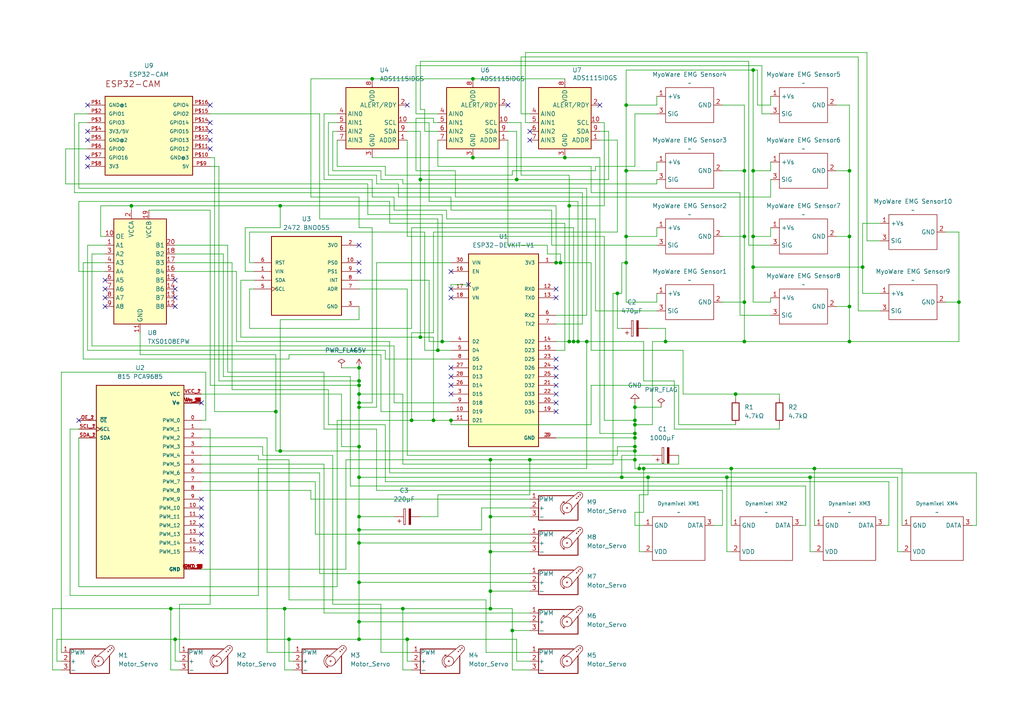
<source format=kicad_sch>
(kicad_sch (version 20250114) (generator "eeschema") (generator_version "9.0")
  (paper "A4")
  (junction (at 125.73 121.92))
  (junction (at 38.1 59.69))
  (junction (at 184.15 133.35))
  (junction (at 130.81 121.92))
  (junction (at 210.82 138.43))
  (junction (at 81.28 59.69))
  (junction (at 246.38 88.9))
  (junction (at 218.44 20.32))
  (junction (at 142.24 176.53))
  (junction (at 218.44 49.53))
  (junction (at 83.82 185.42))
  (junction (at 104.14 153.67))
  (junction (at 149.86 52.07))
  (junction (at 104.14 168.91))
  (junction (at 161.29 76.2))
  (junction (at 218.44 77.47))
  (junction (at 234.95 138.43))
  (junction (at 104.14 157.48))
  (junction (at 246.38 49.53))
  (junction (at 215.9 49.53))
  (junction (at 186.69 135.89))
  (junction (at 165.1 99.06))
  (junction (at 213.36 114.3))
  (junction (at 215.9 87.63))
  (junction (at 104.14 118.11))
  (junction (at 81.28 130.81))
  (junction (at 215.9 68.58))
  (junction (at 184.15 123.19))
  (junction (at 162.56 76.2))
  (junction (at 246.38 99.06))
  (junction (at 104.14 138.43))
  (junction (at 179.07 85.09))
  (junction (at 148.59 182.88))
  (junction (at 163.83 45.72))
  (junction (at 212.09 135.89))
  (junction (at 104.14 185.42))
  (junction (at 104.14 116.84))
  (junction (at 184.15 118.11))
  (junction (at 184.15 125.73))
  (junction (at 166.37 99.06))
  (junction (at 104.14 110.49))
  (junction (at 119.38 121.92))
  (junction (at 250.19 77.47))
  (junction (at 80.01 119.38))
  (junction (at 165.1 59.69))
  (junction (at 128.27 99.06))
  (junction (at 121.92 52.07))
  (junction (at 104.14 180.34))
  (junction (at 184.15 130.81))
  (junction (at 82.55 176.53))
  (junction (at 127 101.6))
  (junction (at 185.42 135.89))
  (junction (at 215.9 99.06))
  (junction (at 121.92 97.79))
  (junction (at 104.14 111.76))
  (junction (at 116.84 176.53))
  (junction (at 142.24 171.45))
  (junction (at 184.15 129.54))
  (junction (at 181.61 76.2))
  (junction (at 137.16 45.72))
  (junction (at 181.61 68.58))
  (junction (at 153.67 133.35))
  (junction (at 181.61 30.48))
  (junction (at 236.22 135.89))
  (junction (at 142.24 149.86))
  (junction (at 246.38 68.58))
  (junction (at 278.13 87.63))
  (junction (at 170.18 99.06))
  (junction (at 50.8 185.42))
  (junction (at 142.24 160.02))
  (junction (at 218.44 68.58))
  (junction (at 187.96 138.43))
  (junction (at 184.15 121.92))
  (junction (at 181.61 49.53))
  (junction (at 180.34 138.43))
  (junction (at 142.24 133.35))
  (junction (at 104.14 129.54))
  (junction (at 193.04 99.06))
  (junction (at 104.14 114.3))
  (junction (at 104.14 106.68))
  (junction (at 137.16 22.86))
  (junction (at 107.95 22.86))
  (junction (at 184.15 127))
  (junction (at 118.11 185.42))
  (junction (at 104.14 149.86))
  (junction (at 49.53 176.53))
  (junction (at 167.64 99.06))
  (no_connect (at 50.8 81.28))
  (no_connect (at 50.8 83.82))
  (no_connect (at 25.4 30.48))
  (no_connect (at 130.81 83.82))
  (no_connect (at 60.96 43.18))
  (no_connect (at 173.99 30.48))
  (no_connect (at 104.14 76.2))
  (no_connect (at 25.4 45.72))
  (no_connect (at 30.48 86.36))
  (no_connect (at 60.96 35.56))
  (no_connect (at 104.14 78.74))
  (no_connect (at 25.4 38.1))
  (no_connect (at 161.29 114.3))
  (no_connect (at 161.29 86.36))
  (no_connect (at 30.48 88.9))
  (no_connect (at 161.29 109.22))
  (no_connect (at 161.29 104.14))
  (no_connect (at 161.29 111.76))
  (no_connect (at 130.81 106.68))
  (no_connect (at 60.96 38.1))
  (no_connect (at 135.89 82.55))
  (no_connect (at 118.11 30.48))
  (no_connect (at 161.29 83.82))
  (no_connect (at 130.81 111.76))
  (no_connect (at 58.42 157.48))
  (no_connect (at 58.42 116.84))
  (no_connect (at 161.29 119.38))
  (no_connect (at 60.96 30.48))
  (no_connect (at 50.8 86.36))
  (no_connect (at 130.81 109.22))
  (no_connect (at 58.42 154.94))
  (no_connect (at 104.14 71.12))
  (no_connect (at 161.29 106.68))
  (no_connect (at 50.8 88.9))
  (no_connect (at 153.67 40.64))
  (no_connect (at 58.42 160.02))
  (no_connect (at 30.48 81.28))
  (no_connect (at 130.81 86.36))
  (no_connect (at 22.86 121.92))
  (no_connect (at 25.4 48.26))
  (no_connect (at 130.81 114.3))
  (no_connect (at 161.29 116.84))
  (no_connect (at 58.42 147.32))
  (no_connect (at 60.96 40.64))
  (no_connect (at 130.81 78.74))
  (no_connect (at 147.32 30.48))
  (no_connect (at 153.67 38.1))
  (no_connect (at 25.4 40.64))
  (no_connect (at 58.42 152.4))
  (no_connect (at 58.42 149.86))
  (no_connect (at 58.42 144.78))
  (no_connect (at 30.48 83.82))
  (wire (pts (xy 104.14 138.43) (xy 104.14 149.86)))
  (wire (pts (xy 85.09 194.31) (xy 82.55 194.31)))
  (wire (pts (xy 58.42 137.16) (xy 92.71 137.16)))
  (wire (pts (xy 107.95 52.07) (xy 93.98 52.07)))
  (wire (pts (xy 125.73 34.29) (xy 125.73 35.56)))
  (wire (pts (xy 181.61 30.48) (xy 181.61 49.53)))
  (wire (pts (xy 212.09 135.89) (xy 212.09 152.4)))
  (wire (pts (xy 180.34 76.2) (xy 180.34 85.09)))
  (wire (pts (xy 21.59 55.88) (xy 168.91 55.88)))
  (wire (pts (xy 120.65 19.05) (xy 120.65 33.02)))
  (wire (pts (xy 82.55 194.31) (xy 82.55 176.53)))
  (wire (pts (xy 179.07 95.25) (xy 180.34 95.25)))
  (wire (pts (xy 63.5 110.49) (xy 104.14 110.49)))
  (wire (pts (xy 49.53 176.53) (xy 82.55 176.53)))
  (wire (pts (xy 213.36 114.3) (xy 198.12 114.3)))
  (wire (pts (xy 152.4 15.24) (xy 152.4 35.56)))
  (wire (pts (xy 40.64 102.87) (xy 80.01 102.87)))
  (wire (pts (xy 104.14 106.68) (xy 104.14 110.49)))
  (wire (pts (xy 184.15 127) (xy 184.15 129.54)))
  (wire (pts (xy 58.42 127) (xy 77.47 127)))
  (wire (pts (xy 52.07 191.77) (xy 50.8 191.77)))
  (wire (pts (xy 223.52 87.63) (xy 223.52 86.36)))
  (wire (pts (xy 190.5 53.34) (xy 116.84 53.34)))
  (wire (pts (xy 236.22 135.89) (xy 236.22 152.4)))
  (wire (pts (xy 209.55 142.24) (xy 109.22 142.24)))
  (wire (pts (xy 72.39 67.31) (xy 72.39 76.2)))
  (wire (pts (xy 171.45 123.19) (xy 171.45 111.76)))
  (wire (pts (xy 181.61 76.2) (xy 180.34 76.2)))
  (wire (pts (xy 179.07 129.54) (xy 184.15 129.54)))
  (wire (pts (xy 256.54 152.4) (xy 257.81 152.4)))
  (wire (pts (xy 210.82 138.43) (xy 210.82 160.02)))
  (wire (pts (xy 120.65 33.02) (xy 127 33.02)))
  (wire (pts (xy 214.63 91.44) (xy 214.63 55.88)))
  (wire (pts (xy 74.93 135.89) (xy 74.93 172.72)))
  (wire (pts (xy 62.23 45.72) (xy 60.96 45.72)))
  (wire (pts (xy 109.22 53.34) (xy 109.22 50.8)))
  (wire (pts (xy 71.12 78.74) (xy 73.66 78.74)))
  (wire (pts (xy 111.76 123.19) (xy 95.25 123.19)))
  (wire (pts (xy 236.22 135.89) (xy 261.62 135.89)))
  (wire (pts (xy 119.38 66.04) (xy 166.37 66.04)))
  (wire (pts (xy 184.15 116.84) (xy 184.15 118.11)))
  (wire (pts (xy 184.15 125.73) (xy 184.15 127)))
  (wire (pts (xy 172.72 48.26) (xy 172.72 49.53)))
  (wire (pts (xy 153.67 191.77) (xy 149.86 191.77)))
  (wire (pts (xy 176.53 52.07) (xy 149.86 52.07)))
  (wire (pts (xy 184.15 148.59) (xy 186.69 148.59)))
  (wire (pts (xy 151.13 33.02) (xy 153.67 33.02)))
  (wire (pts (xy 181.61 30.48) (xy 190.5 30.48)))
  (wire (pts (xy 123.19 101.6) (xy 123.19 67.31)))
  (wire (pts (xy 30.48 68.58) (xy 29.21 68.58)))
  (wire (pts (xy 223.52 30.48) (xy 223.52 27.94)))
  (wire (pts (xy 130.81 119.38) (xy 110.49 119.38)))
  (wire (pts (xy 123.19 31.75) (xy 123.19 38.1)))
  (wire (pts (xy 128.27 99.06) (xy 130.81 99.06)))
  (wire (pts (xy 184.15 118.11) (xy 191.77 118.11)))
  (wire (pts (xy 95.25 35.56) (xy 97.79 35.56)))
  (wire (pts (xy 190.5 90.17) (xy 172.72 90.17)))
  (wire (pts (xy 81.28 92.71) (xy 81.28 130.81)))
  (wire (pts (xy 73.66 83.82) (xy 72.39 83.82)))
  (wire (pts (xy 139.7 147.32) (xy 153.67 147.32)))
  (wire (pts (xy 120.65 49.53) (xy 120.65 34.29)))
  (wire (pts (xy 248.92 16.51) (xy 151.13 16.51)))
  (wire (pts (xy 251.46 69.85) (xy 251.46 15.24)))
  (wire (pts (xy 90.17 144.78) (xy 90.17 142.24)))
  (wire (pts (xy 234.95 138.43) (xy 234.95 160.02)))
  (wire (pts (xy 165.1 99.06) (xy 166.37 99.06)))
  (wire (pts (xy 170.18 91.44) (xy 170.18 54.61)))
  (wire (pts (xy 184.15 135.89) (xy 185.42 135.89)))
  (wire (pts (xy 111.76 50.8) (xy 111.76 48.26)))
  (wire (pts (xy 95.25 113.03) (xy 67.31 113.03)))
  (wire (pts (xy 95.25 50.8) (xy 95.25 35.56)))
  (wire (pts (xy 179.07 85.09) (xy 180.34 85.09)))
  (wire (pts (xy 209.55 87.63) (xy 215.9 87.63)))
  (wire (pts (xy 171.45 111.76) (xy 196.85 111.76)))
  (wire (pts (xy 173.99 125.73) (xy 184.15 125.73)))
  (wire (pts (xy 96.52 38.1) (xy 97.79 38.1)))
  (wire (pts (xy 168.91 55.88) (xy 168.91 93.98)))
  (wire (pts (xy 127 101.6) (xy 130.81 101.6)))
  (wire (pts (xy 81.28 130.81) (xy 184.15 130.81)))
  (wire (pts (xy 181.61 68.58) (xy 181.61 76.2)))
  (wire (pts (xy 185.42 135.89) (xy 186.69 135.89)))
  (wire (pts (xy 76.2 132.08) (xy 76.2 129.54)))
  (wire (pts (xy 187.96 138.43) (xy 210.82 138.43)))
  (wire (pts (xy 119.38 121.92) (xy 125.73 121.92)))
  (wire (pts (xy 151.13 50.8) (xy 165.1 50.8)))
  (wire (pts (xy 142.24 160.02) (xy 153.67 160.02)))
  (wire (pts (xy 104.14 92.71) (xy 81.28 92.71)))
  (wire (pts (xy 110.49 49.53) (xy 96.52 49.53)))
  (wire (pts (xy 16.51 191.77) (xy 16.51 185.42)))
  (wire (pts (xy 130.81 123.19) (xy 171.45 123.19)))
  (wire (pts (xy 185.42 160.02) (xy 185.42 143.51)))
  (wire (pts (xy 77.47 189.23) (xy 85.09 189.23)))
  (wire (pts (xy 166.37 66.04) (xy 166.37 99.06)))
  (wire (pts (xy 15.24 194.31) (xy 15.24 176.53)))
  (wire (pts (xy 167.64 99.06) (xy 170.18 99.06)))
  (wire (pts (xy 100.33 165.1) (xy 100.33 133.35)))
  (wire (pts (xy 113.03 99.06) (xy 68.58 99.06)))
  (wire (pts (xy 198.12 101.6) (xy 171.45 101.6)))
  (wire (pts (xy 161.29 59.69) (xy 161.29 76.2)))
  (wire (pts (xy 149.86 52.07) (xy 121.92 52.07)))
  (wire (pts (xy 104.14 168.91) (xy 153.67 168.91)))
  (wire (pts (xy 101.6 140.97) (xy 233.68 140.97)))
  (wire (pts (xy 255.27 90.17) (xy 248.92 90.17)))
  (wire (pts (xy 158.75 73.66) (xy 162.56 73.66)))
  (wire (pts (xy 21.59 33.02) (xy 21.59 55.88)))
  (wire (pts (xy 124.46 58.42) (xy 167.64 58.42)))
  (wire (pts (xy 118.11 40.64) (xy 118.11 68.58)))
  (wire (pts (xy 124.46 99.06) (xy 124.46 81.28)))
  (wire (pts (xy 153.67 182.88) (xy 148.59 182.88)))
  (wire (pts (xy 177.8 134.62) (xy 116.84 134.62)))
  (wire (pts (xy 181.61 68.58) (xy 190.5 68.58)))
  (wire (pts (xy 50.8 76.2) (xy 67.31 76.2)))
  (wire (pts (xy 125.73 67.31) (xy 125.73 96.52)))
  (wire (pts (xy 218.44 20.32) (xy 218.44 49.53)))
  (wire (pts (xy 215.9 99.06) (xy 193.04 99.06)))
  (wire (pts (xy 93.98 107.95) (xy 66.04 107.95)))
  (wire (pts (xy 196.85 132.08) (xy 196.85 134.62)))
  (wire (pts (xy 81.28 59.69) (xy 38.1 59.69)))
  (wire (pts (xy 148.59 50.8) (xy 111.76 50.8)))
  (wire (pts (xy 118.11 185.42) (xy 104.14 185.42)))
  (wire (pts (xy 81.28 59.69) (xy 81.28 66.04)))
  (wire (pts (xy 43.18 60.96) (xy 60.96 60.96)))
  (wire (pts (xy 149.86 185.42) (xy 118.11 185.42)))
  (wire (pts (xy 92.71 166.37) (xy 92.71 137.16)))
  (wire (pts (xy 109.22 124.46) (xy 93.98 124.46)))
  (wire (pts (xy 121.92 38.1) (xy 121.92 52.07)))
  (wire (pts (xy 163.83 45.72) (xy 173.99 45.72)))
  (wire (pts (xy 24.13 76.2) (xy 30.48 76.2)))
  (wire (pts (xy 189.23 132.08) (xy 180.34 132.08)))
  (wire (pts (xy 215.9 30.48) (xy 215.9 49.53)))
  (wire (pts (xy 83.82 173.99) (xy 83.82 133.35)))
  (wire (pts (xy 190.5 33.02) (xy 184.15 33.02)))
  (wire (pts (xy 67.31 113.03) (xy 67.31 76.2)))
  (wire (pts (xy 215.9 68.58) (xy 215.9 87.63)))
  (wire (pts (xy 130.81 121.92) (xy 130.81 123.19)))
  (wire (pts (xy 83.82 191.77) (xy 83.82 185.42)))
  (wire (pts (xy 142.24 171.45) (xy 142.24 176.53)))
  (wire (pts (xy 69.85 97.79) (xy 121.92 97.79)))
  (wire (pts (xy 153.67 177.8) (xy 93.98 177.8)))
  (wire (pts (xy 100.33 133.35) (xy 142.24 133.35)))
  (wire (pts (xy 153.67 194.31) (xy 148.59 194.31)))
  (wire (pts (xy 17.78 189.23) (xy 17.78 107.95)))
  (wire (pts (xy 91.44 154.94) (xy 91.44 139.7)))
  (wire (pts (xy 170.18 135.89) (xy 74.93 135.89)))
  (wire (pts (xy 209.55 152.4) (xy 209.55 142.24)))
  (wire (pts (xy 261.62 152.4) (xy 261.62 135.89)))
  (wire (pts (xy 72.39 76.2) (xy 73.66 76.2)))
  (wire (pts (xy 24.13 104.14) (xy 24.13 76.2)))
  (wire (pts (xy 142.24 171.45) (xy 153.67 171.45)))
  (wire (pts (xy 196.85 111.76) (xy 196.85 123.19)))
  (wire (pts (xy 274.32 67.31) (xy 278.13 67.31)))
  (wire (pts (xy 119.38 95.25) (xy 119.38 66.04)))
  (wire (pts (xy 142.24 149.86) (xy 153.67 149.86)))
  (wire (pts (xy 58.42 142.24) (xy 90.17 142.24)))
  (wire (pts (xy 250.19 64.77) (xy 250.19 77.47)))
  (wire (pts (xy 121.92 52.07) (xy 121.92 97.79)))
  (wire (pts (xy 165.1 59.69) (xy 175.26 59.69)))
  (wire (pts (xy 140.97 189.23) (xy 140.97 173.99)))
  (wire (pts (xy 190.5 49.53) (xy 190.5 46.99)))
  (wire (pts (xy 104.14 149.86) (xy 114.3 149.86)))
  (wire (pts (xy 153.67 166.37) (xy 92.71 166.37)))
  (wire (pts (xy 189.23 123.19) (xy 184.15 123.19)))
  (wire (pts (xy 26.67 100.33) (xy 26.67 73.66)))
  (wire (pts (xy 115.57 53.34) (xy 109.22 53.34)))
  (wire (pts (xy 92.71 33.02) (xy 92.71 63.5)))
  (wire (pts (xy 109.22 76.2) (xy 130.81 76.2)))
  (wire (pts (xy 193.04 99.06) (xy 189.23 99.06)))
  (wire (pts (xy 68.58 78.74) (xy 50.8 78.74)))
  (wire (pts (xy 181.61 76.2) (xy 181.61 87.63)))
  (wire (pts (xy 153.67 154.94) (xy 91.44 154.94)))
  (wire (pts (xy 52.07 194.31) (xy 49.53 194.31)))
  (wire (pts (xy 95.25 123.19) (xy 95.25 113.03)))
  (wire (pts (xy 118.11 191.77) (xy 118.11 185.42)))
  (wire (pts (xy 161.29 101.6) (xy 163.83 101.6)))
  (wire (pts (xy 278.13 99.06) (xy 246.38 99.06)))
  (wire (pts (xy 218.44 20.32) (xy 181.61 20.32)))
  (wire (pts (xy 97.79 48.26) (xy 97.79 40.64)))
  (wire (pts (xy 125.73 96.52) (xy 119.38 96.52)))
  (wire (pts (xy 15.24 176.53) (xy 49.53 176.53)))
  (wire (pts (xy 184.15 152.4) (xy 186.69 152.4)))
  (wire (pts (xy 127 63.5) (xy 127 101.6)))
  (wire (pts (xy 38.1 59.69) (xy 38.1 60.96)))
  (wire (pts (xy 127 40.64) (xy 127 48.26)))
  (wire (pts (xy 181.61 49.53) (xy 181.61 68.58)))
  (wire (pts (xy 22.86 127) (xy 22.86 170.18)))
  (wire (pts (xy 179.07 40.64) (xy 179.07 67.31)))
  (wire (pts (xy 121.92 17.78) (xy 121.92 31.75)))
  (wire (pts (xy 115.57 57.15) (xy 115.57 53.34)))
  (wire (pts (xy 63.5 48.26) (xy 60.96 48.26)))
  (wire (pts (xy 209.55 49.53) (xy 215.9 49.53)))
  (wire (pts (xy 218.44 49.53) (xy 218.44 68.58)))
  (wire (pts (xy 180.34 132.08) (xy 180.34 138.43)))
  (wire (pts (xy 215.9 87.63) (xy 215.9 99.06)))
  (wire (pts (xy 190.5 87.63) (xy 190.5 85.09)))
  (wire (pts (xy 110.49 102.87) (xy 83.82 102.87)))
  (wire (pts (xy 80.01 130.81) (xy 81.28 130.81)))
  (wire (pts (xy 128.27 62.23) (xy 106.68 62.23)))
  (wire (pts (xy 165.1 59.69) (xy 165.1 99.06)))
  (wire (pts (xy 106.68 62.23) (xy 106.68 53.34)))
  (wire (pts (xy 22.86 58.42) (xy 22.86 78.74)))
  (wire (pts (xy 109.22 50.8) (xy 95.25 50.8)))
  (wire (pts (xy 116.84 194.31) (xy 116.84 176.53)))
  (wire (pts (xy 114.3 100.33) (xy 26.67 100.33)))
  (wire (pts (xy 173.99 40.64) (xy 179.07 40.64)))
  (wire (pts (xy 149.86 191.77) (xy 149.86 185.42)))
  (wire (pts (xy 110.49 119.38) (xy 110.49 102.87)))
  (wire (pts (xy 76.2 129.54) (xy 58.42 129.54)))
  (wire (pts (xy 147.32 40.64) (xy 147.32 71.12)))
  (wire (pts (xy 107.95 66.04) (xy 107.95 116.84)))
  (wire (pts (xy 186.69 135.89) (xy 186.69 148.59)))
  (wire (pts (xy 171.45 55.88) (xy 171.45 48.26)))
  (wire (pts (xy 223.52 57.15) (xy 132.08 57.15)))
  (wire (pts (xy 90.17 22.86) (xy 90.17 57.15)))
  (wire (pts (xy 96.52 132.08) (xy 76.2 132.08)))
  (wire (pts (xy 137.16 22.86) (xy 163.83 22.86)))
  (wire (pts (xy 170.18 54.61) (xy 22.86 54.61)))
  (wire (pts (xy 58.42 139.7) (xy 91.44 139.7)))
  (wire (pts (xy 120.65 34.29) (xy 125.73 34.29)))
  (wire (pts (xy 153.67 157.48) (xy 104.14 157.48)))
  (wire (pts (xy 153.67 133.35) (xy 184.15 133.35)))
  (wire (pts (xy 104.14 157.48) (xy 104.14 168.91)))
  (wire (pts (xy 22.86 78.74) (xy 30.48 78.74)))
  (wire (pts (xy 226.06 124.46) (xy 226.06 123.19)))
  (wire (pts (xy 274.32 87.63) (xy 278.13 87.63)))
  (wire (pts (xy 104.14 116.84) (xy 104.14 118.11)))
  (wire (pts (xy 283.21 137.16) (xy 113.03 137.16)))
  (wire (pts (xy 113.03 58.42) (xy 22.86 58.42)))
  (wire (pts (xy 218.44 68.58) (xy 223.52 68.58)))
  (wire (pts (xy 226.06 115.57) (xy 226.06 114.3)))
  (wire (pts (xy 66.04 71.12) (xy 50.8 71.12)))
  (wire (pts (xy 190.5 71.12) (xy 160.02 71.12)))
  (wire (pts (xy 85.09 191.77) (xy 83.82 191.77)))
  (wire (pts (xy 175.26 68.58) (xy 175.26 121.92)))
  (wire (pts (xy 246.38 30.48) (xy 246.38 49.53)))
  (wire (pts (xy 168.91 93.98) (xy 161.29 93.98)))
  (wire (pts (xy 104.14 88.9) (xy 104.14 92.71)))
  (wire (pts (xy 104.14 110.49) (xy 104.14 111.76)))
  (wire (pts (xy 17.78 107.95) (xy 59.69 107.95)))
  (wire (pts (xy 148.59 176.53) (xy 142.24 176.53)))
  (wire (pts (xy 118.11 68.58) (xy 175.26 68.58)))
  (wire (pts (xy 180.34 138.43) (xy 187.96 138.43)))
  (wire (pts (xy 40.64 96.52) (xy 40.64 102.87)))
  (wire (pts (xy 177.8 85.09) (xy 177.8 134.62)))
  (wire (pts (xy 184.15 135.89) (xy 184.15 133.35)))
  (wire (pts (xy 118.11 38.1) (xy 121.92 38.1)))
  (wire (pts (xy 107.95 45.72) (xy 137.16 45.72)))
  (wire (pts (xy 111.76 101.6) (xy 25.4 101.6)))
  (wire (pts (xy 72.39 95.25) (xy 119.38 95.25)))
  (wire (pts (xy 148.59 49.53) (xy 148.59 50.8)))
  (wire (pts (xy 81.28 66.04) (xy 71.12 66.04)))
  (wire (pts (xy 132.08 49.53) (xy 120.65 49.53)))
  (wire (pts (xy 152.4 35.56) (xy 153.67 35.56)))
  (wire (pts (xy 193.04 95.25) (xy 193.04 99.06)))
  (wire (pts (xy 130.81 116.84) (xy 114.3 116.84)))
  (wire (pts (xy 99.06 129.54) (xy 104.14 129.54)))
  (wire (pts (xy 160.02 71.12) (xy 160.02 60.96)))
  (wire (pts (xy 74.93 133.35) (xy 74.93 132.08)))
  (wire (pts (xy 66.04 107.95) (xy 66.04 71.12)))
  (wire (pts (xy 233.68 152.4) (xy 233.68 140.97)))
  (wire (pts (xy 49.53 194.31) (xy 49.53 176.53)))
  (wire (pts (xy 74.93 132.08) (xy 58.42 132.08)))
  (wire (pts (xy 114.3 57.15) (xy 107.95 57.15)))
  (wire (pts (xy 93.98 33.02) (xy 97.79 33.02)))
  (wire (pts (xy 93.98 177.8) (xy 93.98 134.62)))
  (wire (pts (xy 214.63 55.88) (xy 171.45 55.88)))
  (wire (pts (xy 132.08 57.15) (xy 132.08 49.53)))
  (wire (pts (xy 107.95 22.86) (xy 90.17 22.86)))
  (wire (pts (xy 104.14 81.28) (xy 124.46 81.28)))
  (wire (pts (xy 104.14 57.15) (xy 104.14 66.04)))
  (wire (pts (xy 175.26 35.56) (xy 175.26 59.69)))
  (wire (pts (xy 170.18 99.06) (xy 186.69 99.06)))
  (wire (pts (xy 104.14 118.11) (xy 109.22 118.11)))
  (wire (pts (xy 184.15 123.19) (xy 184.15 125.73)))
  (wire (pts (xy 246.38 88.9) (xy 246.38 99.06)))
  (wire (pts (xy 181.61 49.53) (xy 190.5 49.53)))
  (wire (pts (xy 161.29 99.06) (xy 165.1 99.06)))
  (wire (pts (xy 83.82 133.35) (xy 74.93 133.35)))
  (wire (pts (xy 236.22 160.02) (xy 234.95 160.02)))
  (wire (pts (xy 187.96 143.51) (xy 187.96 138.43)))
  (wire (pts (xy 107.95 22.86) (xy 137.16 22.86)))
  (wire (pts (xy 185.42 134.62) (xy 185.42 135.89)))
  (wire (pts (xy 166.37 99.06) (xy 167.64 99.06)))
  (wire (pts (xy 104.14 129.54) (xy 104.14 138.43)))
  (wire (pts (xy 127 149.86) (xy 121.92 149.86)))
  (wire (pts (xy 139.7 153.67) (xy 104.14 153.67)))
  (wire (pts (xy 124.46 99.06) (xy 128.27 99.06)))
  (wire (pts (xy 165.1 50.8) (xy 165.1 59.69)))
  (wire (pts (xy 167.64 58.42) (xy 167.64 99.06)))
  (wire (pts (xy 93.98 52.07) (xy 93.98 33.02)))
  (wire (pts (xy 19.05 43.18) (xy 25.4 43.18)))
  (wire (pts (xy 189.23 99.06) (xy 189.23 123.19)))
  (wire (pts (xy 218.44 49.53) (xy 223.52 49.53)))
  (wire (pts (xy 83.82 104.14) (xy 24.13 104.14)))
  (wire (pts (xy 113.03 64.77) (xy 113.03 58.42)))
  (wire (pts (xy 185.42 143.51) (xy 187.96 143.51)))
  (wire (pts (xy 16.51 185.42) (xy 50.8 185.42)))
  (wire (pts (xy 68.58 99.06) (xy 68.58 78.74)))
  (wire (pts (xy 25.4 101.6) (xy 25.4 71.12)))
  (wire (pts (xy 223.52 68.58) (xy 223.52 66.04)))
  (wire (pts (xy 101.6 109.22) (xy 64.77 109.22)))
  (wire (pts (xy 185.42 160.02) (xy 186.69 160.02)))
  (wire (pts (xy 29.21 59.69) (xy 38.1 59.69)))
  (wire (pts (xy 261.62 160.02) (xy 260.35 160.02)))
  (wire (pts (xy 50.8 73.66) (xy 64.77 73.66)))
  (wire (pts (xy 184.15 129.54) (xy 184.15 130.81)))
  (wire (pts (xy 195.58 124.46) (xy 226.06 124.46)))
  (wire (pts (xy 121.92 31.75) (xy 123.19 31.75)))
  (wire (pts (xy 220.98 19.05) (xy 120.65 19.05)))
  (wire (pts (xy 223.52 49.53) (xy 223.52 46.99)))
  (wire (pts (xy 234.95 138.43) (xy 260.35 138.43)))
  (wire (pts (xy 151.13 35.56) (xy 151.13 50.8)))
  (wire (pts (xy 104.14 116.84) (xy 107.95 116.84)))
  (wire (pts (xy 116.84 114.3) (xy 104.14 114.3)))
  (wire (pts (xy 62.23 119.38) (xy 80.01 119.38)))
  (wire (pts (xy 119.38 96.52) (xy 119.38 121.92)))
  (wire (pts (xy 196.85 134.62) (xy 185.42 134.62)))
  (wire (pts (xy 251.46 15.24) (xy 152.4 15.24)))
  (wire (pts (xy 118.11 132.08) (xy 179.07 132.08)))
  (wire (pts (xy 52.07 189.23) (xy 52.07 175.26)))
  (wire (pts (xy 255.27 64.77) (xy 250.19 64.77)))
  (wire (pts (xy 158.75 71.12) (xy 158.75 73.66)))
  (wire (pts (xy 242.57 49.53) (xy 246.38 49.53)))
  (wire (pts (xy 242.57 30.48) (xy 246.38 30.48)))
  (wire (pts (xy 181.61 20.32) (xy 181.61 30.48)))
  (wire (pts (xy 186.69 110.49) (xy 195.58 110.49)))
  (wire (pts (xy 153.67 143.51) (xy 127 143.51)))
  (wire (pts (xy 73.66 81.28) (xy 69.85 81.28)))
  (wire (pts (xy 22.86 35.56) (xy 25.4 35.56)))
  (wire (pts (xy 130.81 60.96) (xy 130.81 57.15)))
  (wire (pts (xy 162.56 73.66) (xy 162.56 76.2)))
  (wire (pts (xy 142.24 149.86) (xy 142.24 160.02)))
  (wire (pts (xy 170.18 99.06) (xy 170.18 135.89)))
  (wire (pts (xy 209.55 68.58) (xy 215.9 68.58)))
  (wire (pts (xy 104.14 118.11) (xy 104.14 129.54)))
  (wire (pts (xy 181.61 87.63) (xy 190.5 87.63)))
  (wire (pts (xy 104.14 180.34) (xy 104.14 185.42)))
  (wire (pts (xy 242.57 68.58) (xy 246.38 68.58)))
  (wire (pts (xy 124.46 35.56) (xy 124.46 58.42)))
  (wire (pts (xy 129.54 63.5) (xy 129.54 60.96)))
  (wire (pts (xy 58.42 114.3) (xy 99.06 114.3)))
  (wire (pts (xy 209.55 30.48) (xy 215.9 30.48)))
  (wire (pts (xy 96.52 49.53) (xy 96.52 38.1)))
  (wire (pts (xy 74.93 172.72) (xy 20.32 172.72)))
  (wire (pts (xy 246.38 68.58) (xy 246.38 88.9)))
  (wire (pts (xy 118.11 35.56) (xy 124.46 35.56)))
  (wire (pts (xy 187.96 95.25) (xy 193.04 95.25)))
  (wire (pts (xy 116.84 176.53) (xy 142.24 176.53)))
  (wire (pts (xy 119.38 194.31) (xy 116.84 194.31)))
  (wire (pts (xy 212.09 160.02) (xy 210.82 160.02)))
  (wire (pts (xy 179.07 67.31) (xy 125.73 67.31)))
  (wire (pts (xy 186.69 135.89) (xy 212.09 135.89)))
  (wire (pts (xy 184.15 33.02) (xy 184.15 48.26)))
  (wire (pts (xy 119.38 191.77) (xy 118.11 191.77)))
  (wire (pts (xy 82.55 176.53) (xy 116.84 176.53)))
  (wire (pts (xy 59.69 121.92) (xy 58.42 121.92)))
  (wire (pts (xy 173.99 35.56) (xy 175.26 35.56)))
  (wire (pts (xy 97.79 170.18) (xy 97.79 121.92)))
  (wire (pts (xy 104.14 168.91) (xy 104.14 180.34)))
  (wire (pts (xy 140.97 173.99) (xy 83.82 173.99)))
  (wire (pts (xy 110.49 189.23) (xy 110.49 175.26)))
  (wire (pts (xy 142.24 160.02) (xy 142.24 171.45)))
  (wire (pts (xy 179.07 132.08) (xy 179.07 129.54)))
  (wire (pts (xy 114.3 116.84) (xy 114.3 100.33)))
  (wire (pts (xy 125.73 121.92) (xy 130.81 121.92)))
  (wire (pts (xy 142.24 133.35) (xy 153.67 133.35)))
  (wire (pts (xy 190.5 68.58) (xy 190.5 66.04)))
  (wire (pts (xy 60.96 33.02) (xy 92.71 33.02)))
  (wire (pts (xy 215.9 49.53) (xy 215.9 68.58)))
  (wire (pts (xy 184.15 130.81) (xy 184.15 133.35)))
  (wire (pts (xy 210.82 138.43) (xy 234.95 138.43)))
  (wire (pts (xy 213.36 114.3) (xy 213.36 115.57)))
  (wire (pts (xy 184.15 121.92) (xy 184.15 123.19)))
  (wire (pts (xy 22.86 170.18) (xy 97.79 170.18)))
  (wire (pts (xy 139.7 147.32) (xy 139.7 153.67)))
  (wire (pts (xy 153.67 133.35) (xy 153.67 143.51)))
  (wire (pts (xy 172.72 49.53) (xy 148.59 49.53)))
  (wire (pts (xy 130.81 104.14) (xy 111.76 104.14)))
  (wire (pts (xy 110.49 175.26) (xy 96.52 175.26)))
  (wire (pts (xy 217.17 71.12) (xy 217.17 17.78)))
  (wire (pts (xy 281.94 152.4) (xy 283.21 152.4)))
  (wire (pts (xy 255.27 69.85) (xy 251.46 69.85)))
  (wire (pts (xy 171.45 76.2) (xy 171.45 101.6)))
  (wire (pts (xy 218.44 77.47) (xy 218.44 87.63)))
  (wire (pts (xy 116.84 53.34) (xy 116.84 52.07)))
  (wire (pts (xy 116.84 52.07) (xy 110.49 52.07)))
  (wire (pts (xy 64.77 109.22) (xy 64.77 73.66)))
  (wire (pts (xy 58.42 165.1) (xy 100.33 165.1)))
  (wire (pts (xy 172.72 63.5) (xy 129.54 63.5)))
  (wire (pts (xy 71.12 66.04) (xy 71.12 78.74)))
  (wire (pts (xy 162.56 76.2) (xy 171.45 76.2)))
  (wire (pts (xy 63.5 48.26) (xy 63.5 110.49)))
  (wire (pts (xy 62.23 45.72) (xy 62.23 119.38)))
  (wire (pts (xy 125.73 35.56) (xy 127 35.56)))
  (wire (pts (xy 104.14 114.3) (xy 104.14 116.84)))
  (wire (pts (xy 52.07 175.26) (xy 60.96 175.26)))
  (wire (pts (xy 184.15 48.26) (xy 172.72 48.26)))
  (wire (pts (xy 92.71 63.5) (xy 127 63.5)))
  (wire (pts (xy 248.92 90.17) (xy 248.92 16.51)))
  (wire (pts (xy 69.85 81.28) (xy 69.85 97.79)))
  (wire (pts (xy 147.32 38.1) (xy 149.86 38.1)))
  (wire (pts (xy 218.44 77.47) (xy 250.19 77.47)))
  (wire (pts (xy 21.59 33.02) (xy 25.4 33.02)))
  (wire (pts (xy 207.01 152.4) (xy 209.55 152.4)))
  (wire (pts (xy 219.71 30.48) (xy 223.52 30.48)))
  (wire (pts (xy 246.38 49.53) (xy 246.38 68.58)))
  (wire (pts (xy 17.78 191.77) (xy 16.51 191.77)))
  (wire (pts (xy 81.28 59.69) (xy 161.29 59.69)))
  (wire (pts (xy 212.09 135.89) (xy 236.22 135.89)))
  (wire (pts (xy 59.69 107.95) (xy 59.69 121.92)))
  (wire (pts (xy 80.01 119.38) (xy 80.01 130.81)))
  (wire (pts (xy 111.76 104.14) (xy 111.76 101.6)))
  (wire (pts (xy 250.19 85.09) (xy 255.27 85.09)))
  (wire (pts (xy 135.89 82.55) (xy 130.81 82.55)))
  (wire (pts (xy 153.67 189.23) (xy 140.97 189.23)))
  (wire (pts (xy 58.42 134.62) (xy 93.98 134.62)))
  (wire (pts (xy 60.96 60.96) (xy 60.96 111.76)))
  (wire (pts (xy 173.99 38.1) (xy 176.53 38.1)))
  (wire (pts (xy 184.15 118.11) (xy 184.15 121.92)))
  (wire (pts (xy 163.83 64.77) (xy 113.03 64.77)))
  (wire (pts (xy 223.52 71.12) (xy 217.17 71.12)))
  (wire (pts (xy 125.73 97.79) (xy 125.73 121.92)))
  (wire (pts (xy 19.05 43.18) (xy 19.05 53.34)))
  (wire (pts (xy 160.02 60.96) (xy 130.81 60.96)))
  (wire (pts (xy 171.45 48.26) (xy 127 48.26)))
  (wire (pts (xy 83.82 185.42) (xy 104.14 185.42)))
  (wire (pts (xy 142.24 133.35) (xy 142.24 149.86)))
  (wire (pts (xy 111.76 139.7) (xy 111.76 123.19)))
  (wire (pts (xy 278.13 87.63) (xy 278.13 99.06)))
  (wire (pts (xy 60.96 111.76) (xy 104.14 111.76)))
  (wire (pts (xy 218.44 68.58) (xy 218.44 77.47)))
  (wire (pts (xy 111.76 48.26) (xy 97.79 48.26)))
  (wire (pts (xy 104.14 83.82) (xy 118.11 83.82)))
  (wire (pts (xy 283.21 152.4) (xy 283.21 137.16)))
  (wire (pts (xy 147.32 71.12) (xy 158.75 71.12)))
  (wire (pts (xy 177.8 85.09) (xy 179.07 85.09)))
  (wire (pts (xy 22.86 35.56) (xy 22.86 54.61)))
  (wire (pts (xy 123.19 101.6) (xy 127 101.6)))
  (wire (pts (xy 60.96 175.26) (xy 60.96 124.46)))
  (wire (pts (xy 77.47 127) (xy 77.47 189.23)))
  (wire (pts (xy 101.6 140.97) (xy 101.6 109.22)))
  (wire (pts (xy 72.39 83.82) (xy 72.39 95.25)))
  (wire (pts (xy 130.81 57.15) (xy 115.57 57.15)))
  (wire (pts (xy 83.82 102.87) (xy 83.82 104.14)))
  (wire (pts (xy 50.8 191.77) (xy 50.8 185.42)))
  (wire (pts (xy 104.14 66.04) (xy 107.95 66.04)))
  (wire (pts (xy 121.92 97.79) (xy 125.73 97.79)))
  (wire (pts (xy 198.12 114.3) (xy 198.12 101.6)))
  (wire (pts (xy 127 143.51) (xy 127 149.86)))
  (wire (pts (xy 161.29 91.44) (xy 170.18 91.44)))
  (wire (pts (xy 104.14 153.67) (xy 104.14 157.48)))
  (wire (pts (xy 257.81 139.7) (xy 111.76 139.7)))
  (wire (pts (xy 232.41 152.4) (xy 233.68 152.4)))
  (wire (pts (xy 220.98 33.02) (xy 220.98 19.05)))
  (wire (pts (xy 29.21 68.58) (xy 29.21 59.69)))
  (wire (pts (xy 195.58 110.49) (xy 195.58 124.46)))
  (wire (pts (xy 17.78 194.31) (xy 15.24 194.31)))
  (wire (pts (xy 109.22 142.24) (xy 109.22 124.46)))
  (wire (pts (xy 242.57 88.9) (xy 246.38 88.9)))
  (wire (pts (xy 223.52 91.44) (xy 214.63 91.44)))
  (wire (pts (xy 104.14 180.34) (xy 153.67 180.34)))
  (wire (pts (xy 186.69 99.06) (xy 186.69 110.49)))
  (wire (pts (xy 58.42 124.46) (xy 60.96 124.46)))
  (wire (pts (xy 151.13 16.51) (xy 151.13 33.02)))
  (wire (pts (xy 147.32 35.56) (xy 151.13 35.56)))
  (wire (pts (xy 176.53 38.1) (xy 176.53 52.07)))
  (wire (pts (xy 130.81 82.55) (xy 130.81 83.82)))
  (wire (pts (xy 20.32 172.72) (xy 20.32 124.46)))
  (wire (pts (xy 119.38 189.23) (xy 110.49 189.23)))
  (wire (pts (xy 163.83 101.6) (xy 163.83 64.77)))
  (wire (pts (xy 137.16 45.72) (xy 163.83 45.72)))
  (wire (pts (xy 129.54 60.96) (xy 114.3 60.96)))
  (wire (pts (xy 118.11 83.82) (xy 118.11 132.08)))
  (wire (pts (xy 219.71 20.32) (xy 218.44 20.32)))
  (wire (pts (xy 218.44 87.63) (xy 223.52 87.63)))
  (wire (pts (xy 104.14 149.86) (xy 104.14 153.67)))
  (wire (pts (xy 110.49 52.07) (xy 110.49 49.53)))
  (wire (pts (xy 106.68 53.34) (xy 19.05 53.34)))
  (wire (pts (xy 149.86 38.1) (xy 149.86 52.07)))
  (wire (pts (xy 97.79 121.92) (xy 119.38 121.92)))
  (wire (pts (xy 99.06 106.68) (xy 104.14 106.68)))
  (wire (pts (xy 257.81 152.4) (xy 257.81 139.7)))
  (wire (pts (xy 260.35 138.43) (xy 260.35 160.02)))
  (wire (pts (xy 226.06 114.3) (xy 213.36 114.3)))
  (wire (pts (xy 184.15 152.4) (xy 184.15 148.59)))
  (wire (pts (xy 179.07 85.09) (xy 179.07 95.25)))
  (wire (pts (xy 196.85 123.19) (xy 213.36 123.19)))
  (wire (pts (xy 109.22 76.2) (xy 109.22 118.11)))
  (wire (pts (xy 99.06 114.3) (xy 99.06 129.54)))
  (wire (pts (xy 246.38 99.06) (xy 215.9 99.06)))
  (wire (pts (xy 104.14 111.76) (xy 104.14 114.3)))
  (wire (pts (xy 25.4 71.12) (xy 30.48 71.12)))
  (wire (pts (xy 116.84 134.62) (xy 116.84 114.3)))
  (wire (pts (xy 223.52 52.07) (xy 223.52 57.15)))
  (wire (pts (xy 80.01 102.87) (xy 80.01 119.38)))
  (wire (pts (xy 114.3 60.96) (xy 114.3 57.15)))
  (wire (pts (xy 153.67 144.78) (xy 90.17 144.78)))
  (wire (pts (xy 96.52 175.26) (xy 96.52 132.08)))
  (wire (pts (xy 219.71 30.48) (xy 219.71 20.32)))
  (wire (pts (xy 172.72 90.17) (xy 172.72 63.5)))
  (wire (pts (xy 278.13 67.31) (xy 278.13 87.63)))
  (wire (pts (xy 26.67 73.66) (xy 30.48 73.66)))
  (wire (pts (xy 217.17 17.78) (xy 121.92 17.78)))
  (wire (pts (xy 161.29 127) (xy 184.15 127)))
  (wire (pts (xy 190.5 52.07) (xy 190.5 53.34)))
  (wire (pts (xy 107.95 57.15) (xy 107.95 52.07)))
  (wire (pts (xy 123.19 67.31) (xy 72.39 67.31)))
  (wire (pts (xy 90.17 57.15) (xy 104.14 57.15)))
  (wire (pts (xy 173.99 45.72) (xy 173.99 125.73)))
  (wire (pts (xy 148.59 182.88) (xy 148.59 194.31)))
  (wire (pts (xy 223.52 33.02) (xy 220.98 33.02)))
  (wire (pts (xy 250.19 77.47) (xy 250.19 85.09)))
  (wire (pts (xy 93.98 124.46) (xy 93.98 107.95)))
  (wire (pts (xy 113.03 137.16) (xy 113.03 99.06)))
  (wire (pts (xy 148.59 176.53) (xy 148.59 182.88)))
  (wire (pts (xy 128.27 99.06) (xy 128.27 62.23)))
  (wire (pts (xy 190.5 30.48) (xy 190.5 27.94)))
  (wire (pts (xy 175.26 121.92) (xy 184.15 121.92)))
  (wire (pts (xy 104.14 138.43) (xy 180.34 138.43)))
  (wire (pts (xy 50.8 185.42) (xy 83.82 185.42)))
  (wire (pts (xy 20.32 124.46) (xy 22.86 124.46)))
  (wire (pts (xy 123.19 38.1) (xy 127 38.1)))
  (wire (pts (xy 161.29 76.2) (xy 162.56 76.2)))
  (symbol (lib_id "MyoWare_EMG_Sensor:MyoWare_EMG_Sensor") (at 265.43 88.9 0) (unit 1)
    (property "Reference" "MyoWare EMG Sensor9" (at 264.795 78.74 0))
    (property "Value" "~" (at 264.795 81.28 0))
  )
  (symbol (lib_id "MyoWare_EMG_Sensor:MyoWare_EMG_Sensor") (at 200.66 88.9 0) (unit 1)
    (property "Reference" "MyoWare EMG Sensor1" (at 200.025 78.74 0))
    (property "Value" "~" (at 200.025 81.28 0))
  )
  (symbol (lib_id "ESP32-DEVKIT-V1:ESP32-DEVKIT-V1") (at 146.05 101.6 0) (unit 1)
    (property "Reference" "U1" (at 146.05 68.58 0))
    (property "Value" "ESP32-DEVKIT-V1" (at 146.05 71.12 0))
    (property "Footprint" "ESP32-DEVKIT-V1:MODULE_ESP32_DEVKIT_V1" (effects (hide yes)))
    (property "MF" "Do it" (effects (hide yes)))
    (property "MAXIMUM_PACKAGE_HEIGHT" "6.8 mm" (effects (hide yes)))
    (property "Package" "None" (effects (hide yes)))
    (property "Price" "None" (effects (hide yes)))
    (property "Check_prices" "https://www.snapeda.com/parts/ESP32-DEVKIT-V1/Do+it/view-part/?ref=eda" (effects (hide yes)))
    (property "STANDARD" "Manufacturer Recommendations" (effects (hide yes)))
    (property "PARTREV" "N/A" (effects (hide yes)))
    (property "SnapEDA_Link" "https://www.snapeda.com/parts/ESP32-DEVKIT-V1/Do+it/view-part/?ref=snap" (effects (hide yes)))
    (property "MP" "ESP32-DEVKIT-V1" (effects (hide yes)))
    (property "Description_1" "Dual core, Wi-Fi: 2.4 GHz up to 150 Mbits/s,BLE (Bluetooth Low Energy) and legacy Bluetooth, 32 bits, Up to 240 MHz" (effects (hide yes)))
    (property "Availability" "Not in stock" (effects (hide yes)))
    (property "MANUFACTURER" "DOIT" (effects (hide yes)))
  )
  (symbol (lib_id "Motor:Motor_Servo") (at 92.71 191.77 0) (unit 1)
    (property "Reference" "M3" (at 101.6 190.0668 0) (effects (justify left)))
    (property "Value" "Motor_Servo" (at 101.6 192.6068 0) (effects (justify left)))
    (property "Datasheet" "http://forums.parallax.com/uploads/attachments/46831/74481.png" (effects (hide yes)))
    (property "Description" "Servo Motor (Futaba, HiTec, JR connector)" (effects (hide yes)))
  )
  (symbol (lib_id "Device:R") (at 226.06 119.38 0) (unit 1)
    (property "Reference" "R2" (at 228.6 118.1099 0) (effects (justify left)))
    (property "Value" "4.7kΩ" (at 228.6 120.6499 0) (effects (justify left)))
    (property "Description" "Resistor" (effects (hide yes)))
  )
  (symbol (lib_id "Dynamixel:Dynamixel_XM430_W350") (at 194.31 156.21 0) (unit 1)
    (property "Reference" "Dynamixel XM1" (at 196.85 146.05 0) (effects (font (size 1.0668 1.0668))))
    (property "Value" "~" (at 196.85 148.59 0))
  )
  (symbol (lib_id "MyoWare_EMG_Sensor:MyoWare_EMG_Sensor") (at 233.68 90.17 0) (unit 1)
    (property "Reference" "MyoWare EMG Sensor8" (at 233.045 80.01 0))
    (property "Value" "~" (at 233.045 82.55 0))
  )
  (symbol (lib_id "Motor:Motor_Servo") (at 127 191.77 0) (unit 1)
    (property "Reference" "M4" (at 135.89 190.0668 0) (effects (justify left)))
    (property "Value" "Motor_Servo" (at 135.89 192.6068 0) (effects (justify left)))
    (property "Datasheet" "http://forums.parallax.com/uploads/attachments/46831/74481.png" (effects (hide yes)))
    (property "Description" "Servo Motor (Futaba, HiTec, JR connector)" (effects (hide yes)))
  )
  (symbol (lib_id "Motor:Motor_Servo") (at 161.29 147.32 0) (unit 1)
    (property "Reference" "M9" (at 170.18 145.6168 0) (effects (justify left)))
    (property "Value" "Motor_Servo" (at 170.18 148.1568 0) (effects (justify left)))
    (property "Datasheet" "http://forums.parallax.com/uploads/attachments/46831/74481.png" (effects (hide yes)))
    (property "Description" "Servo Motor (Futaba, HiTec, JR connector)" (effects (hide yes)))
  )
  (symbol (lib_id "Device:C_Polarized") (at 118.11 149.86 90) (unit 1)
    (property "Reference" "C3" (at 117.221 142.24 90))
    (property "Value" "220µF" (at 117.221 144.78 90))
    (property "Description" "Polarized capacitor" (effects (hide yes)))
  )
  (symbol (lib_id "MyoWare_EMG_Sensor:MyoWare_EMG_Sensor") (at 200.66 69.85 0) (unit 1)
    (property "Reference" "MyoWare EMG Sensor2" (at 200.025 59.69 0))
    (property "Value" "~" (at 200.025 62.23 0))
  )
  (symbol (lib_id "Dynamixel:Dynamixel_XM430_W350") (at 219.71 156.21 0) (unit 1)
    (property "Reference" "Dynamixel XM2" (at 222.25 146.05 0) (effects (font (size 1.0668 1.0668))))
    (property "Value" "~" (at 222.25 148.59 0))
  )
  (symbol (lib_id "power:PWR_FLAG") (at 99.06 106.68 0) (unit 1)
    (property "Reference" "#FLG01" (effects (hide yes)))
    (property "Value" "PWR_FLAG" (at 99.06 101.6 0))
    (property "Description" "Special symbol for telling ERC where power comes from" (effects (hide yes)))
  )
  (symbol (lib_id "MyoWare_EMG_Sensor:MyoWare_EMG_Sensor") (at 233.68 31.75 0) (unit 1)
    (property "Reference" "MyoWare EMG Sensor5" (at 233.045 21.59 0))
    (property "Value" "~" (at 233.045 24.13 0))
  )
  (symbol (lib_name "ESP32-CAM_1") (lib_id "ESP32-CAM:ESP32-CAM") (at 43.18 40.64 0) (unit 1)
    (property "Reference" "U9" (at 43.18 19.05 0))
    (property "Value" "ESP32-CAM" (at 43.18 21.59 0))
    (property "Footprint" "ESP32-CAM:ESP32-CAM" (effects (hide yes)))
    (property "MF" "AI-Thinker" (effects (hide yes)))
    (property "Description_1" "ESP32 ESP32 Transceiver; 802.11 a/b/g/n (Wi-Fi, WiFi, WLAN), Bluetooth® Smart 4.x Low Energy (BLE) Evaluation Board" (effects (hide yes)))
    (property "Package" "None" (effects (hide yes)))
    (property "Price" "None" (effects (hide yes)))
    (property "SnapEDA_Link" "https://www.snapeda.com/parts/ESP32-CAM/AI-Thinker/view-part/?ref=snap" (effects (hide yes)))
    (property "MP" "ESP32-CAM" (effects (hide yes)))
    (property "Availability" "Not in stock" (effects (hide yes)))
    (property "Check_prices" "https://www.snapeda.com/parts/ESP32-CAM/AI-Thinker/view-part/?ref=eda" (effects (hide yes)))
  )
  (symbol (lib_id "PCA9685 Servo Driver Board:815") (at 40.64 139.7 0) (unit 1)
    (property "Reference" "U2" (at 40.64 106.68 0))
    (property "Value" "815 PCA9685" (at 40.64 109.22 0))
    (property "Footprint" "815:MODULE_815" (effects (hide yes)))
    (property "SnapEDA_Link" "https://www.snapeda.com/parts/815/Adafruit+Industries/view-part/?ref=snap" (effects (hide yes)))
    (property "SNAPEDA_PACKAGE_ID" "124074" (effects (hide yes)))
    (property "Package" "Non-Standard Adafruit" (effects (hide yes)))
    (property "Check_prices" "https://www.snapeda.com/parts/815/Adafruit+Industries/view-part/?ref=eda" (effects (hide yes)))
    (property "STANDARD" "Manufacturer Recommendations" (effects (hide yes)))
    (property "PARTREV" "C" (effects (hide yes)))
    (property "MF" "Adafruit" (effects (hide yes)))
    (property "MP" "815" (effects (hide yes)))
    (property "Description_1" "Adafruit 16-Channel 12-bit PWM/Servo Driver - I2C interface - PCA9685" (effects (hide yes)))
    (property "MANUFACTURER" "Adafruit" (effects (hide yes)))
    (property "MAXIMUM_PACKAGE_HEIGHT" "N/A" (effects (hide yes)))
  )
  (symbol (lib_id "Dynamixel:Dynamixel_XM430_W350") (at 243.84 156.21 0) (unit 1)
    (property "Reference" "Dynamixel XM3" (at 246.38 146.05 0) (effects (font (size 1.0668 1.0668))))
    (property "Value" "~" (at 246.38 148.59 0))
  )
  (symbol (lib_id "BNO055 Breakout:2472") (at 88.9 81.28 0) (unit 1)
    (property "Reference" "U3" (at 88.9 63.5 0))
    (property "Value" "2472 BNO055" (at 88.9 66.04 0))
    (property "Footprint" "2472:MODULE_2472" (effects (hide yes)))
    (property "MF" "Adafruit" (effects (hide yes)))
    (property "Description_1" "Adafruit 9-DOF Absolute Orientation IMU Fusion Breakout - BNO055 | Adafruit Industries 2472" (effects (hide yes)))
    (property "Package" "Non-Standard Adafruit" (effects (hide yes)))
    (property "Price" "None" (effects (hide yes)))
    (property "Check_prices" "https://www.snapeda.com/parts/2472/Adafruit+Industries/view-part/?ref=eda" (effects (hide yes)))
    (property "STANDARD" "Manufacturer Recommendations" (effects (hide yes)))
    (property "PARTREV" "N/A" (effects (hide yes)))
    (property "SnapEDA_Link" "https://www.snapeda.com/parts/2472/Adafruit+Industries/view-part/?ref=snap" (effects (hide yes)))
    (property "MP" "2472" (effects (hide yes)))
    (property "Availability" "In Stock" (effects (hide yes)))
    (property "MANUFACTURER" "Adafruit Industries" (effects (hide yes)))
  )
  (symbol (lib_id "MyoWare_EMG_Sensor:MyoWare_EMG_Sensor") (at 265.43 68.58 0) (unit 1)
    (property "Reference" "MyoWare EMG Sensor10" (at 264.795 58.42 0))
    (property "Value" "~" (at 264.795 60.96 0))
  )
  (symbol (lib_id "Motor:Motor_Servo") (at 161.29 157.48 0) (unit 1)
    (property "Reference" "M8" (at 170.18 155.7768 0) (effects (justify left)))
    (property "Value" "Motor_Servo" (at 170.18 158.3168 0) (effects (justify left)))
    (property "Datasheet" "http://forums.parallax.com/uploads/attachments/46831/74481.png" (effects (hide yes)))
    (property "Description" "Servo Motor (Futaba, HiTec, JR connector)" (effects (hide yes)))
  )
  (symbol (lib_id "MyoWare_EMG_Sensor:MyoWare_EMG_Sensor") (at 200.66 31.75 0) (unit 1)
    (property "Reference" "MyoWare EMG Sensor4" (at 200.025 21.59 0))
    (property "Value" "~" (at 200.025 24.13 0))
  )
  (symbol (lib_id "Dynamixel:Dynamixel_XM430_W350") (at 269.24 156.21 0) (unit 1)
    (property "Reference" "Dynamixel XM4" (at 271.78 146.05 0) (effects (font (size 1.0668 1.0668))))
    (property "Value" "~" (at 271.78 148.59 0))
  )
  (symbol (lib_id "Motor:Motor_Servo") (at 59.69 191.77 0) (unit 1)
    (property "Reference" "M2" (at 68.58 190.0668 0) (effects (justify left)))
    (property "Value" "Motor_Servo" (at 68.58 192.6068 0) (effects (justify left)))
    (property "Datasheet" "http://forums.parallax.com/uploads/attachments/46831/74481.png" (effects (hide yes)))
    (property "Description" "Servo Motor (Futaba, HiTec, JR connector)" (effects (hide yes)))
  )
  (symbol (lib_id "Motor:Motor_Servo") (at 161.29 191.77 0) (unit 1)
    (property "Reference" "M5" (at 170.18 190.0668 0) (effects (justify left)))
    (property "Value" "Motor_Servo" (at 170.18 192.6068 0) (effects (justify left)))
    (property "Datasheet" "http://forums.parallax.com/uploads/attachments/46831/74481.png" (effects (hide yes)))
    (property "Description" "Servo Motor (Futaba, HiTec, JR connector)" (effects (hide yes)))
  )
  (symbol (lib_id "MyoWare_EMG_Sensor:MyoWare_EMG_Sensor") (at 233.68 50.8 0) (unit 1)
    (property "Reference" "MyoWare EMG Sensor6" (at 233.045 40.64 0))
    (property "Value" "~" (at 233.045 43.18 0))
  )
  (symbol (lib_id "MyoWare_EMG_Sensor:MyoWare_EMG_Sensor") (at 200.66 50.8 0) (unit 1)
    (property "Reference" "MyoWare EMG Sensor3" (at 200.025 40.64 0))
    (property "Value" "~" (at 200.025 43.18 0))
  )
  (symbol (lib_id "Device:R") (at 213.36 119.38 180) (unit 1)
    (property "Reference" "R1" (at 215.9 118.1099 0) (effects (justify right)))
    (property "Value" "4.7kΩ" (at 215.9 120.6499 0) (effects (justify right)))
    (property "Description" "Resistor" (effects (hide yes)))
  )
  (symbol (lib_id "Analog_ADC:ADS1115IDGS") (at 107.95 35.56 0) (unit 1)
    (property "Reference" "U4" (at 110.0933 20.32 0) (effects (justify left)))
    (property "Value" "ADS1115IDGS" (at 110.0933 22.86 0) (effects (justify left)))
    (property "Footprint" "Package_SO:TSSOP-10_3x3mm_P0.5mm" (effects (hide yes)))
    (property "Datasheet" "http://www.ti.com/lit/ds/symlink/ads1113.pdf" (effects (hide yes)))
    (property "Description" "Ultra-Small, Low-Power, I2C-Compatible, 860-SPS, 16-Bit ADCs With Internal Reference, Oscillator, and Programmable Comparator, VSSOP-10" (effects (hide yes)))
  )
  (symbol (lib_id "Analog_ADC:ADS1115IDGS") (at 163.83 35.56 0) (unit 1)
    (property "Reference" "U7" (at 165.9733 20.32 0) (effects (justify left)))
    (property "Value" "ADS1115IDGS" (at 166.116 22.606 0) (effects (justify left)))
    (property "Footprint" "Package_SO:TSSOP-10_3x3mm_P0.5mm" (effects (hide yes)))
    (property "Datasheet" "http://www.ti.com/lit/ds/symlink/ads1113.pdf" (effects (hide yes)))
    (property "Description" "Ultra-Small, Low-Power, I2C-Compatible, 860-SPS, 16-Bit ADCs With Internal Reference, Oscillator, and Programmable Comparator, VSSOP-10" (effects (hide yes)))
  )
  (symbol (lib_id "power:PWR_FLAG") (at 191.77 118.11 0) (unit 1)
    (property "Reference" "#FLG02" (effects (hide yes)))
    (property "Value" "PWR_FLAG" (at 191.77 113.03 0))
    (property "Description" "Special symbol for telling ERC where power comes from" (effects (hide yes)))
  )
  (symbol (lib_id "Motor:Motor_Servo") (at 161.29 180.34 0) (unit 1)
    (property "Reference" "M6" (at 170.18 178.6368 0) (effects (justify left)))
    (property "Value" "Motor_Servo" (at 170.18 181.1768 0) (effects (justify left)))
    (property "Datasheet" "http://forums.parallax.com/uploads/attachments/46831/74481.png" (effects (hide yes)))
    (property "Description" "Servo Motor (Futaba, HiTec, JR connector)" (effects (hide yes)))
  )
  (symbol (lib_id "power:+5V") (at 104.14 106.68 0) (unit 1)
    (property "Reference" "#PWR02" (effects (hide yes)))
    (property "Value" "+5V" (at 104.14 101.6 0))
    (property "Description" "Power symbol creates a global label with name \"+5V\"" (effects (hide yes)))
  )
  (symbol (lib_id "Device:C_Polarized") (at 193.04 132.08 90) (unit 1)
    (property "Reference" "C1" (at 192.151 124.46 90))
    (property "Value" "1000µF" (at 192.151 127 90))
    (property "Description" "Polarized capacitor" (effects (hide yes)))
  )
  (symbol (lib_id "power:GND") (at 184.15 116.84 180) (unit 1)
    (property "Reference" "#PWR01" (effects (hide yes)))
    (property "Value" "GND" (at 184.15 111.76 0))
    (property "Description" "Power symbol creates a global label with name \"GND\" , ground" (effects (hide yes)))
  )
  (symbol (lib_id "Analog_ADC:ADS1115IDGS") (at 137.16 35.56 0) (unit 1)
    (property "Reference" "U6" (at 139.3033 20.32 0) (effects (justify left)))
    (property "Value" "ADS1115IDGS" (at 139.3033 22.86 0) (effects (justify left)))
    (property "Footprint" "Package_SO:TSSOP-10_3x3mm_P0.5mm" (effects (hide yes)))
    (property "Datasheet" "http://www.ti.com/lit/ds/symlink/ads1113.pdf" (effects (hide yes)))
    (property "Description" "Ultra-Small, Low-Power, I2C-Compatible, 860-SPS, 16-Bit ADCs With Internal Reference, Oscillator, and Programmable Comparator, VSSOP-10" (effects (hide yes)))
  )
  (symbol (lib_id "Logic_LevelTranslator:TXS0108EPW") (at 40.64 78.74 0) (unit 1)
    (property "Reference" "U8" (at 42.7833 96.52 0) (effects (justify left)))
    (property "Value" "TXS0108EPW" (at 42.7833 99.06 0) (effects (justify left)))
    (property "Footprint" "Package_SO:TSSOP-20_4.4x6.5mm_P0.65mm" (effects (hide yes)))
    (property "Datasheet" "www.ti.com/lit/ds/symlink/txs0108e.pdf" (effects (hide yes)))
    (property "Description" "Bidirectional  level-shifting voltage translator, TSSOP-20" (effects (hide yes)))
  )
  (symbol (lib_id "Device:C_Polarized") (at 184.15 95.25 90) (unit 1)
    (property "Reference" "C2" (at 183.261 87.63 90))
    (property "Value" "470µF" (at 183.261 90.17 90))
    (property "Description" "Polarized capacitor" (effects (hide yes)))
  )
  (symbol (lib_id "Motor:Motor_Servo") (at 161.29 168.91 0) (unit 1)
    (property "Reference" "M7" (at 170.18 167.2068 0) (effects (justify left)))
    (property "Value" "Motor_Servo" (at 170.18 169.7468 0) (effects (justify left)))
    (property "Datasheet" "http://forums.parallax.com/uploads/attachments/46831/74481.png" (effects (hide yes)))
    (property "Description" "Servo Motor (Futaba, HiTec, JR connector)" (effects (hide yes)))
  )
  (symbol (lib_id "MyoWare_EMG_Sensor:MyoWare_EMG_Sensor") (at 233.68 69.85 0) (unit 1)
    (property "Reference" "MyoWare EMG Sensor7" (at 233.045 59.69 0))
    (property "Value" "~" (at 233.045 62.23 0))
  )
  (symbol (lib_id "Motor:Motor_Servo") (at 25.4 191.77 0) (unit 1)
    (property "Reference" "M1" (at 34.29 190.0668 0) (effects (justify left)))
    (property "Value" "Motor_Servo" (at 34.29 192.6068 0) (effects (justify left)))
    (property "Datasheet" "http://forums.parallax.com/uploads/attachments/46831/74481.png" (effects (hide yes)))
    (property "Description" "Servo Motor (Futaba, HiTec, JR connector)" (effects (hide yes)))
  )
)
</source>
